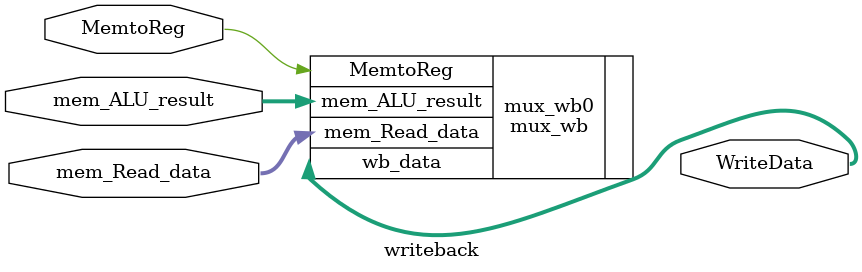
<source format=v>
`timescale 1ns / 1ps

module writeback(
                // Inputs from MEM/WB latch
                input  wire [31:0] mem_Read_data,    // memory read data
                input  wire [31:0] mem_ALU_result,   // ALU result
                input  wire        MemtoReg,         // control signal from MEM/WB
            
                // Output to register file in ID stage
                output wire [31:0] WriteData         // data to be written back
                );
                
                mux_wb mux_wb0 (
                                .mem_Read_data (mem_Read_data),
                                .mem_ALU_result(mem_ALU_result),
                                .MemtoReg      (MemtoReg),
                                .wb_data       (WriteData)
                               );

endmodule

</source>
